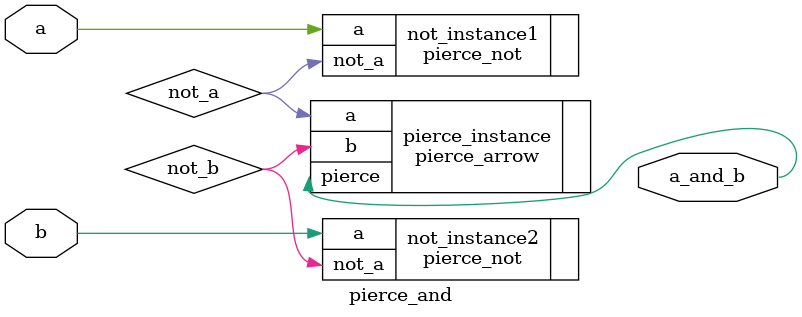
<source format=sv>
module pierce_and(
    input logic a,
    input logic b,
    output logic a_and_b
);
    logic not_a;
    logic not_b;
    pierce_not not_instance1(
        .a(a),
        .not_a(not_a)
    );

    pierce_not not_instance2(
        .a(b),
        .not_a(not_b)
    );

    pierce_arrow pierce_instance(
        .a(not_a),
        .b(not_b),
        .pierce(a_and_b)
    );

endmodule

</source>
